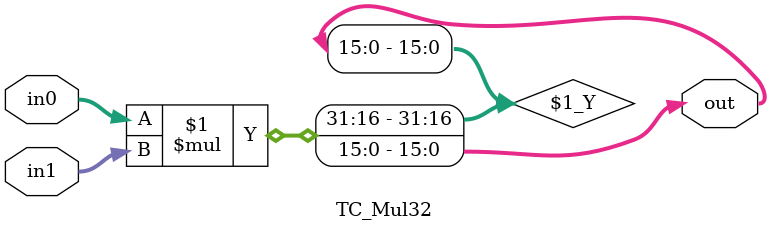
<source format=v>
module TC_Mul32 (in0, in1, out);
    input [31:0] in0;
    input [31:0] in1;
    output [15:0] out;

    assign out = in0 * in1;
endmodule


</source>
